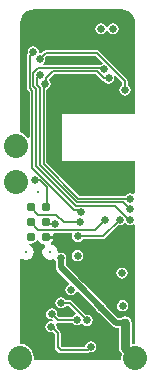
<source format=gbl>
G04*
G04 #@! TF.GenerationSoftware,Altium Limited,CircuitStudio,1.5.2 (30)*
G04*
G04 Layer_Physical_Order=4*
G04 Layer_Color=5656142*
%FSLAX24Y24*%
%MOIN*%
G70*
G01*
G75*
%ADD34C,0.0100*%
%ADD35C,0.0060*%
%ADD39C,0.0080*%
%ADD41C,0.0803*%
%ADD42C,0.0100*%
%ADD43C,0.0250*%
%ADD44C,0.0300*%
%ADD46C,0.0310*%
%ADD47C,0.0200*%
%ADD48C,0.0300*%
G36*
X505235Y356998D02*
X505296Y356957D01*
X505368Y356943D01*
X505440Y356957D01*
X505476Y356981D01*
X505526Y356954D01*
Y352992D01*
X505464Y352984D01*
X505414Y353027D01*
Y353700D01*
X505398Y353782D01*
X505351Y353851D01*
X505282Y353898D01*
X505200Y353914D01*
X505118Y353898D01*
X505066Y353863D01*
X504968D01*
X504578Y354253D01*
X504574Y354272D01*
X504533Y354333D01*
X504472Y354374D01*
X504453Y354378D01*
X503806Y355024D01*
X503800Y355033D01*
X503633Y355200D01*
X503624Y355206D01*
X503213Y355618D01*
Y355761D01*
X503224Y355778D01*
X503239Y355850D01*
X503224Y355922D01*
X503183Y355983D01*
X503122Y356024D01*
X503050Y356039D01*
X503007Y356030D01*
X502966Y356047D01*
X502957Y356067D01*
X502940Y356149D01*
X502884Y356234D01*
X502799Y356290D01*
X502731Y356304D01*
X502720Y356357D01*
X502734Y356366D01*
X502790Y356451D01*
X502800Y356500D01*
X502550D01*
Y356600D01*
X502800D01*
X502791Y356643D01*
X502798Y356664D01*
X502814Y356693D01*
X502939D01*
X502974Y356700D01*
X502981Y356705D01*
X503425D01*
X503448Y356661D01*
X503444Y356654D01*
X503429Y356581D01*
X503444Y356509D01*
X503485Y356448D01*
X503546Y356407D01*
X503618Y356393D01*
X503690Y356407D01*
X503751Y356448D01*
X503779Y356490D01*
X504468D01*
X504503Y356497D01*
X504533Y356517D01*
X504969Y356953D01*
X505018Y356943D01*
X505090Y356957D01*
X505151Y356998D01*
X505163Y357015D01*
X505223D01*
X505235Y356998D01*
D02*
G37*
G36*
X502305Y356474D02*
X502310Y356451D01*
X502366Y356366D01*
X502450Y356310D01*
X502519Y356296D01*
X502530Y356243D01*
X502516Y356234D01*
X502460Y356149D01*
X502440Y356050D01*
X502460Y355951D01*
X502516Y355866D01*
X502601Y355810D01*
X502700Y355790D01*
X502799Y355810D01*
X502816Y355821D01*
X502872Y355798D01*
X502876Y355778D01*
X502887Y355761D01*
Y355550D01*
X502899Y355488D01*
X502935Y355435D01*
X503343Y355026D01*
X503332Y354979D01*
X503326Y354973D01*
X503267Y354933D01*
X503226Y354872D01*
X503211Y354800D01*
X503226Y354728D01*
X503267Y354667D01*
X503328Y354626D01*
X503400Y354611D01*
X503472Y354626D01*
X503533Y354667D01*
X503573Y354726D01*
X503579Y354732D01*
X503626Y354743D01*
X504222Y354147D01*
X504226Y354128D01*
X504267Y354067D01*
X504328Y354026D01*
X504347Y354022D01*
X504785Y353585D01*
X504838Y353549D01*
X504900Y353537D01*
X504986D01*
Y352870D01*
X505002Y352789D01*
X505049Y352719D01*
X505100Y352668D01*
X505092Y352649D01*
X505076Y352528D01*
X505080Y352502D01*
X505077Y352496D01*
X505035Y352458D01*
X502199D01*
X502157Y352496D01*
X502154Y352502D01*
X502157Y352528D01*
X502142Y352649D01*
X502095Y352761D01*
X502021Y352858D01*
X501925Y352932D01*
X501812Y352978D01*
X501708Y352992D01*
Y355811D01*
X501758Y355838D01*
X501800Y355810D01*
X501900Y355790D01*
X502000Y355810D01*
X502084Y355866D01*
X502140Y355951D01*
X502160Y356050D01*
X502140Y356149D01*
X502084Y356234D01*
X502000Y356290D01*
X502010Y356339D01*
X502050Y356331D01*
X502134Y356347D01*
X502205Y356395D01*
X502253Y356466D01*
X502254Y356474D01*
X502305D01*
D02*
G37*
G36*
X504455Y362368D02*
X504441Y362320D01*
X504433Y362319D01*
X504392Y362292D01*
X502461D01*
X502446Y362342D01*
X502483Y362367D01*
X502524Y362428D01*
X502539Y362500D01*
X502529Y362549D01*
X502588Y362608D01*
X504215D01*
X504455Y362368D01*
D02*
G37*
G36*
X505180Y364136D02*
X505293Y364089D01*
X505391Y364015D01*
X505465Y363917D01*
X505512Y363804D01*
X505527Y363689D01*
X505526Y363683D01*
Y360666D01*
X503105D01*
Y359091D01*
X503105Y359091D01*
X505526D01*
Y358009D01*
X505476Y357982D01*
X505440Y358006D01*
X505368Y358020D01*
X505296Y358006D01*
X505235Y357965D01*
X505208Y357925D01*
X503683D01*
X502576Y359032D01*
Y361470D01*
X502606Y361476D01*
X502668Y361517D01*
X502709Y361578D01*
X502723Y361650D01*
X502709Y361723D01*
X502668Y361784D01*
X502666Y361836D01*
X502818Y361988D01*
X504227D01*
X504430Y361785D01*
X504460Y361765D01*
X504488Y361760D01*
X504517Y361717D01*
X504578Y361676D01*
X504650Y361661D01*
X504722Y361676D01*
X504783Y361717D01*
X504824Y361778D01*
X504839Y361850D01*
X504824Y361922D01*
X504812Y361941D01*
X504850Y361973D01*
X505100Y361724D01*
Y361615D01*
X505058Y361587D01*
X505017Y361526D01*
X505003Y361454D01*
X505017Y361381D01*
X505058Y361320D01*
X505120Y361279D01*
X505192Y361265D01*
X505264Y361279D01*
X505325Y361320D01*
X505366Y361381D01*
X505380Y361454D01*
X505366Y361526D01*
X505325Y361587D01*
X505284Y361615D01*
Y361762D01*
X505277Y361797D01*
X505257Y361826D01*
X504318Y362765D01*
X504288Y362785D01*
X504253Y362792D01*
X502550D01*
X502515Y362785D01*
X502485Y362765D01*
X502399Y362679D01*
X502350Y362689D01*
X502341Y362698D01*
X502329Y362735D01*
X502315Y362805D01*
X502274Y362866D01*
X502213Y362907D01*
X502141Y362922D01*
X502068Y362907D01*
X502007Y362866D01*
X501966Y362805D01*
X501952Y362733D01*
X501962Y362684D01*
X501950Y362672D01*
X501930Y362643D01*
X501923Y362608D01*
Y361526D01*
X501930Y361491D01*
X501950Y361461D01*
X502018Y361393D01*
Y359879D01*
X501968Y359862D01*
X501908Y359941D01*
X501803Y360022D01*
X501708Y360061D01*
Y363683D01*
X501707Y363689D01*
X501722Y363804D01*
X501769Y363917D01*
X501843Y364015D01*
X501940Y364089D01*
X502054Y364136D01*
X502169Y364151D01*
X502175Y364150D01*
X505059D01*
X505065Y364151D01*
X505180Y364136D01*
D02*
G37*
%LPC*%
G36*
X505113Y354457D02*
X505041Y354443D01*
X504980Y354402D01*
X504939Y354341D01*
X504924Y354268D01*
X504939Y354196D01*
X504980Y354135D01*
X505041Y354094D01*
X505113Y354080D01*
X505185Y354094D01*
X505246Y354135D01*
X505287Y354196D01*
X505302Y354268D01*
X505287Y354341D01*
X505246Y354402D01*
X505185Y354443D01*
X505113Y354457D01*
D02*
G37*
G36*
X503060Y354556D02*
X502988Y354541D01*
X502927Y354500D01*
X502886Y354439D01*
X502872Y354367D01*
X502886Y354295D01*
X502927Y354234D01*
X502988Y354193D01*
X503060Y354178D01*
X503132Y354193D01*
X503194Y354234D01*
X503215Y354265D01*
X503309D01*
X503550Y354024D01*
X503536Y353976D01*
X503528Y353974D01*
X503467Y353933D01*
X503446Y353902D01*
X502992D01*
X502931Y353963D01*
X502939Y354000D01*
X502924Y354072D01*
X502883Y354133D01*
X502822Y354174D01*
X502750Y354189D01*
X502678Y354174D01*
X502617Y354133D01*
X502576Y354072D01*
X502561Y354000D01*
X502576Y353928D01*
X502617Y353867D01*
X502678Y353826D01*
X502750Y353811D01*
X502768Y353815D01*
X502781Y353799D01*
X502754Y353754D01*
X502731Y353758D01*
X502659Y353744D01*
X502598Y353703D01*
X502557Y353642D01*
X502542Y353570D01*
X502557Y353497D01*
X502598Y353436D01*
X502659Y353395D01*
X502731Y353381D01*
X502776Y353390D01*
X502848Y353318D01*
Y352896D01*
X502856Y352857D01*
X502878Y352823D01*
X502973Y352728D01*
X503007Y352706D01*
X503046Y352698D01*
X503950D01*
X503989Y352706D01*
X504009Y352719D01*
X504050Y352711D01*
X504122Y352726D01*
X504183Y352767D01*
X504224Y352828D01*
X504239Y352900D01*
X504224Y352972D01*
X504183Y353033D01*
X504122Y353074D01*
X504050Y353089D01*
X503978Y353074D01*
X503917Y353033D01*
X503876Y352972D01*
X503862Y352902D01*
X503088D01*
X503052Y352938D01*
Y353361D01*
X503044Y353400D01*
X503022Y353433D01*
X502914Y353541D01*
X502920Y353570D01*
X502905Y353642D01*
X502891Y353663D01*
X502894Y353667D01*
X502924Y353703D01*
X502950Y353698D01*
X503446D01*
X503467Y353667D01*
X503528Y353626D01*
X503600Y353611D01*
X503672Y353626D01*
X503733Y353667D01*
X503777D01*
X503792Y353645D01*
X503853Y353604D01*
X503925Y353590D01*
X503997Y353604D01*
X504058Y353645D01*
X504099Y353706D01*
X504114Y353778D01*
X504099Y353851D01*
X504058Y353912D01*
X503997Y353953D01*
X503925Y353967D01*
X503900Y353962D01*
X503423Y354439D01*
X503390Y354461D01*
X503351Y354469D01*
X503215D01*
X503194Y354500D01*
X503132Y354541D01*
X503060Y354556D01*
D02*
G37*
G36*
X505093Y355540D02*
X505021Y355525D01*
X504960Y355485D01*
X504919Y355423D01*
X504905Y355351D01*
X504919Y355279D01*
X504960Y355218D01*
X505021Y355177D01*
X505093Y355163D01*
X505165Y355177D01*
X505227Y355218D01*
X505268Y355279D01*
X505282Y355351D01*
X505268Y355423D01*
X505227Y355485D01*
X505165Y355525D01*
X505093Y355540D01*
D02*
G37*
G36*
X504800Y363689D02*
X504728Y363674D01*
X504667Y363633D01*
X504626Y363572D01*
X504625Y363571D01*
X504575D01*
X504574Y363572D01*
X504533Y363633D01*
X504472Y363674D01*
X504400Y363689D01*
X504328Y363674D01*
X504267Y363633D01*
X504226Y363572D01*
X504211Y363500D01*
X504226Y363428D01*
X504267Y363367D01*
X504328Y363326D01*
X504400Y363311D01*
X504472Y363326D01*
X504533Y363367D01*
X504574Y363428D01*
X504575Y363429D01*
X504625D01*
X504626Y363428D01*
X504667Y363367D01*
X504728Y363326D01*
X504800Y363311D01*
X504872Y363326D01*
X504933Y363367D01*
X504974Y363428D01*
X504989Y363500D01*
X504974Y363572D01*
X504933Y363633D01*
X504872Y363674D01*
X504800Y363689D01*
D02*
G37*
G36*
X503617Y356130D02*
X503545Y356116D01*
X503484Y356075D01*
X503443Y356014D01*
X503428Y355942D01*
X503443Y355870D01*
X503484Y355808D01*
X503545Y355767D01*
X503617Y355753D01*
X503689Y355767D01*
X503750Y355808D01*
X503791Y355870D01*
X503806Y355942D01*
X503791Y356014D01*
X503750Y356075D01*
X503689Y356116D01*
X503617Y356130D01*
D02*
G37*
%LPD*%
D34*
X502550Y356550D02*
X502831D01*
X502950Y356432D01*
D35*
X502296Y362200D02*
X504449D01*
X502350Y362500D02*
X502550Y362700D01*
X504495Y361850D02*
X504650D01*
X504265Y362080D02*
X504495Y361850D01*
X505322Y357132D02*
X505368D01*
X504449Y362200D02*
X504505Y362144D01*
X505192Y361454D02*
Y361762D01*
X504253Y362700D02*
X505192Y361762D01*
X502550Y362700D02*
X504253D01*
X505366Y357833D02*
X505368Y357831D01*
X505138Y357711D02*
X505368Y357481D01*
X502141Y362733D02*
X502210Y362664D01*
X502015Y362608D02*
X502141Y362733D01*
X502050Y357550D02*
X502295Y357305D01*
X502939Y356785D02*
X502951Y356796D01*
X502761Y356785D02*
X502939D01*
X502550Y357550D02*
X502585Y357585D01*
X502895Y357305D02*
X503150Y357050D01*
X503618Y356581D02*
X504468D01*
X502295Y357305D02*
X502895D01*
X502600Y357000D02*
X502850D01*
X503860Y357714D02*
X503862Y357711D01*
X505138D01*
X503811Y357593D02*
X503813Y357592D01*
X504862D01*
X504468Y356581D02*
X505018Y357132D01*
X504862Y357592D02*
X505322Y357132D01*
X504183Y356796D02*
X504518Y357132D01*
X502951Y356796D02*
X504183D01*
X503150Y357050D02*
X503700D01*
X502746Y356800D02*
X502761Y356785D01*
X502050Y357050D02*
X502300Y356800D01*
X502746D01*
X502585Y357585D02*
Y358215D01*
X503627Y357473D02*
X503722Y357379D01*
X502110Y358860D02*
X503496Y357473D01*
X503627D01*
X502230Y358909D02*
Y361481D01*
Y358909D02*
X503546Y357593D01*
X503811D01*
X502350Y358959D02*
X503596Y357714D01*
X503860D01*
X502485Y358994D02*
Y361700D01*
Y358994D02*
X503645Y357833D01*
X505366D01*
X502200Y358450D02*
X502350D01*
X502585Y358215D01*
X502780Y362080D02*
X504265D01*
X502565Y361865D02*
X502780Y362080D01*
X502534Y361650D02*
X502565Y361681D01*
Y361865D01*
X502350Y358959D02*
Y361531D01*
X502135Y362039D02*
X502296Y362200D01*
X502135Y361576D02*
Y362039D01*
Y361576D02*
X502230Y361481D01*
X502255Y361626D02*
X502350Y361531D01*
X502255Y361626D02*
Y361855D01*
X502350Y361950D01*
X502015Y361526D02*
X502110Y361431D01*
Y358860D02*
Y361431D01*
X502015Y361526D02*
Y362608D01*
D39*
X502950Y353800D02*
X503600D01*
X503925Y353778D02*
Y353793D01*
X503351Y354367D02*
X503925Y353793D01*
X503060Y354367D02*
X503351D01*
X503046Y352800D02*
X503950D01*
X504050Y352900D01*
X502950Y352896D02*
X503046Y352800D01*
X502950Y352896D02*
Y353361D01*
X502750Y354000D02*
X502950Y353800D01*
X502731Y353580D02*
X502950Y353361D01*
D41*
X501692Y352528D02*
D03*
X505542D02*
D03*
X501550Y358402D02*
D03*
Y359583D02*
D03*
D42*
X502700Y356050D02*
D03*
X501900D02*
D03*
X502300Y358050D02*
D03*
D43*
X503050Y355850D02*
D03*
X502534Y361650D02*
D03*
X502350Y361950D02*
D03*
Y362500D02*
D03*
X505113Y354268D02*
D03*
X505093Y355351D02*
D03*
X505368Y357132D02*
D03*
Y357481D02*
D03*
Y357831D02*
D03*
X504109Y358895D02*
D03*
X503322D02*
D03*
X502928Y360076D02*
D03*
Y360469D02*
D03*
Y360863D02*
D03*
X503322D02*
D03*
X503715D02*
D03*
X504109D02*
D03*
X504503D02*
D03*
X504896D02*
D03*
X505290D02*
D03*
Y358895D02*
D03*
X504503D02*
D03*
X502141Y362733D02*
D03*
X501944Y363619D02*
D03*
X505290Y363816D02*
D03*
X505192Y361454D02*
D03*
X503026Y362438D02*
D03*
X503060Y354367D02*
D03*
X504404Y353658D02*
D03*
X504050Y352900D02*
D03*
X503925Y353778D02*
D03*
X503600Y353800D02*
D03*
X504400Y354200D02*
D03*
X503250Y353050D02*
D03*
X502600Y352900D02*
D03*
Y353250D02*
D03*
X504650Y361850D02*
D03*
X504505Y362144D02*
D03*
X504400Y363500D02*
D03*
X504800D02*
D03*
X505290Y358501D02*
D03*
X504207Y355450D02*
D03*
X502337Y354268D02*
D03*
X503400Y354800D02*
D03*
X502928Y359682D02*
D03*
Y359288D02*
D03*
X503617Y355942D02*
D03*
X502750Y354000D02*
D03*
X502731Y353570D02*
D03*
X503715Y358895D02*
D03*
X502950Y356432D02*
D03*
X504798Y352792D02*
D03*
X502928Y358895D02*
D03*
X503618Y356581D02*
D03*
X502850Y357000D02*
D03*
X503722Y357379D02*
D03*
X505018Y357132D02*
D03*
X504518D02*
D03*
X503700Y357050D02*
D03*
X502200Y358450D02*
D03*
D44*
X505200Y353700D02*
D03*
D46*
X502050Y356550D02*
D03*
X502550D02*
D03*
X502050Y357050D02*
D03*
X502550D02*
D03*
X502050Y357550D02*
D03*
X502550D02*
D03*
D47*
X503050Y355550D02*
Y355850D01*
X503515Y355085D02*
X503518D01*
X503685Y354918D01*
Y354915D02*
Y354918D01*
Y354915D02*
X504400Y354200D01*
X503050Y355550D02*
X503515Y355085D01*
X504900Y353700D02*
X505200D01*
X504400Y354200D02*
X504900Y353700D01*
D48*
X505200Y352870D02*
X505542Y352528D01*
X505200Y352870D02*
Y353700D01*
M02*

</source>
